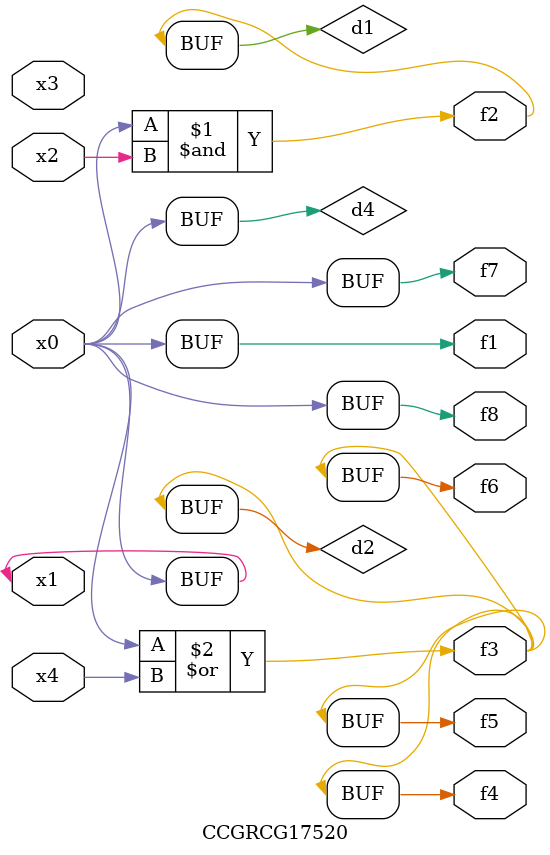
<source format=v>
module CCGRCG17520(
	input x0, x1, x2, x3, x4,
	output f1, f2, f3, f4, f5, f6, f7, f8
);

	wire d1, d2, d3, d4;

	and (d1, x0, x2);
	or (d2, x0, x4);
	nand (d3, x0, x2);
	buf (d4, x0, x1);
	assign f1 = d4;
	assign f2 = d1;
	assign f3 = d2;
	assign f4 = d2;
	assign f5 = d2;
	assign f6 = d2;
	assign f7 = d4;
	assign f8 = d4;
endmodule

</source>
